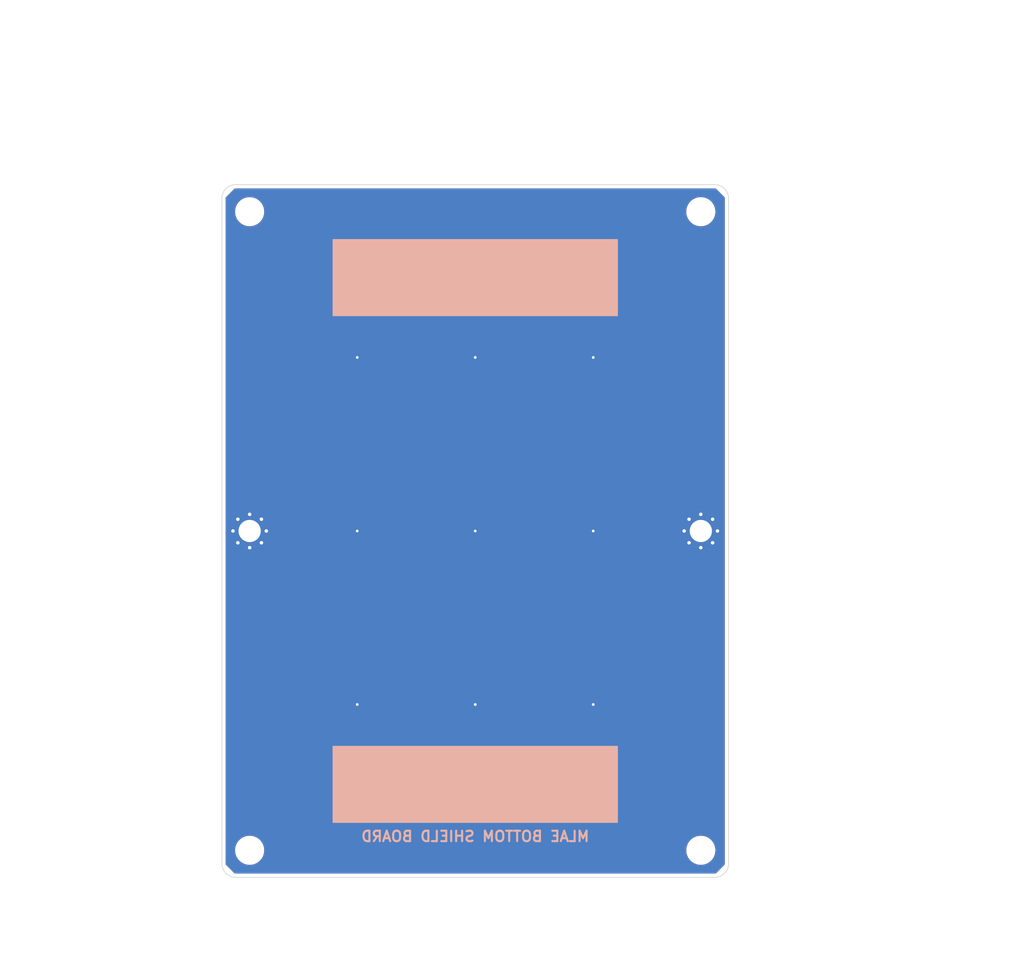
<source format=kicad_pcb>
(kicad_pcb (version 20171130) (host pcbnew "(5.1.6)-1")

  (general
    (thickness 1.6)
    (drawings 74)
    (tracks 9)
    (zones 0)
    (modules 6)
    (nets 2)
  )

  (page A4)
  (layers
    (0 F.Cu signal)
    (31 B.Cu signal)
    (32 B.Adhes user)
    (33 F.Adhes user)
    (34 B.Paste user)
    (35 F.Paste user)
    (36 B.SilkS user)
    (37 F.SilkS user)
    (38 B.Mask user)
    (39 F.Mask user)
    (40 Dwgs.User user)
    (41 Cmts.User user)
    (42 Eco1.User user)
    (43 Eco2.User user)
    (44 Edge.Cuts user)
    (45 Margin user)
    (46 B.CrtYd user)
    (47 F.CrtYd user)
    (48 B.Fab user)
    (49 F.Fab user)
  )

  (setup
    (last_trace_width 0.25)
    (user_trace_width 0.3)
    (user_trace_width 0.4)
    (user_trace_width 0.5)
    (user_trace_width 0.75)
    (user_trace_width 1)
    (user_trace_width 2)
    (user_trace_width 3)
    (trace_clearance 0.2)
    (zone_clearance 0.5)
    (zone_45_only yes)
    (trace_min 0.16)
    (via_size 0.8)
    (via_drill 0.4)
    (via_min_size 0.4)
    (via_min_drill 0.3)
    (user_via 0.65 0.3)
    (uvia_size 0.3)
    (uvia_drill 0.1)
    (uvias_allowed no)
    (uvia_min_size 0.2)
    (uvia_min_drill 0.1)
    (edge_width 0.1)
    (segment_width 0.2)
    (pcb_text_width 0.3)
    (pcb_text_size 1.5 1.5)
    (mod_edge_width 0.15)
    (mod_text_size 1 1)
    (mod_text_width 0.15)
    (pad_size 0.8 0.8)
    (pad_drill 0.5)
    (pad_to_mask_clearance 0.05)
    (aux_axis_origin 111 49)
    (grid_origin 111 49)
    (visible_elements 7FFFFFFF)
    (pcbplotparams
      (layerselection 0x010f0_ffffffff)
      (usegerberextensions true)
      (usegerberattributes false)
      (usegerberadvancedattributes false)
      (creategerberjobfile false)
      (excludeedgelayer true)
      (linewidth 0.100000)
      (plotframeref false)
      (viasonmask false)
      (mode 1)
      (useauxorigin true)
      (hpglpennumber 1)
      (hpglpenspeed 20)
      (hpglpendiameter 15.000000)
      (psnegative false)
      (psa4output false)
      (plotreference true)
      (plotvalue true)
      (plotinvisibletext false)
      (padsonsilk false)
      (subtractmaskfromsilk true)
      (outputformat 1)
      (mirror false)
      (drillshape 0)
      (scaleselection 1)
      (outputdirectory "1_bottomPCB/"))
  )

  (net 0 "")
  (net 1 GNDA)

  (net_class Default "これはデフォルトのネット クラスです。"
    (clearance 0.2)
    (trace_width 0.25)
    (via_dia 0.8)
    (via_drill 0.4)
    (uvia_dia 0.3)
    (uvia_drill 0.1)
    (add_net GNDA)
  )

  (module MountingHole:MountingHole_3.2mm_M3_Pad_Via (layer F.Cu) (tedit 5EF45A86) (tstamp 5EF4BD56)
    (at 115 99)
    (descr "Mounting Hole 3.2mm, M3")
    (tags "mounting hole 3.2mm m3")
    (attr virtual)
    (fp_text reference * (at 0 -4.2) (layer F.SilkS) hide
      (effects (font (size 1 1) (thickness 0.15)))
    )
    (fp_text value M (at 0 4.2) (layer F.Fab) hide
      (effects (font (size 1 1) (thickness 0.15)))
    )
    (fp_circle (center 0 0) (end 3.2 0) (layer Cmts.User) (width 0.15))
    (fp_circle (center 0 0) (end 3.45 0) (layer F.CrtYd) (width 0.05))
    (fp_text user %R (at 0.3 0) (layer F.Fab)
      (effects (font (size 1 1) (thickness 0.15)))
    )
    (pad 1 thru_hole circle (at 0 0) (size 6.4 6.4) (drill 3.2) (layers *.Cu *.Mask)
      (net 1 GNDA))
    (pad 1 thru_hole circle (at 2.4 0) (size 0.8 0.8) (drill 0.5) (layers *.Cu *.Mask)
      (net 1 GNDA))
    (pad 1 thru_hole circle (at 1.697056 1.697056) (size 0.8 0.8) (drill 0.5) (layers *.Cu *.Mask)
      (net 1 GNDA))
    (pad 1 thru_hole circle (at 0 2.4) (size 0.8 0.8) (drill 0.5) (layers *.Cu *.Mask)
      (net 1 GNDA))
    (pad 1 thru_hole circle (at -1.697056 1.697056) (size 0.8 0.8) (drill 0.5) (layers *.Cu *.Mask)
      (net 1 GNDA))
    (pad 1 thru_hole circle (at -2.4 0) (size 0.8 0.8) (drill 0.5) (layers *.Cu *.Mask)
      (net 1 GNDA))
    (pad 1 thru_hole circle (at -1.697056 -1.697056) (size 0.8 0.8) (drill 0.5) (layers *.Cu *.Mask)
      (net 1 GNDA))
    (pad 1 thru_hole circle (at 0 -2.4) (size 0.8 0.8) (drill 0.5) (layers *.Cu *.Mask)
      (net 1 GNDA))
    (pad 1 thru_hole circle (at 1.697056 -1.697056) (size 0.8 0.8) (drill 0.5) (layers *.Cu *.Mask)
      (net 1 GNDA))
  )

  (module MountingHole:MountingHole_3.2mm_M3_Pad_Via (layer F.Cu) (tedit 5EF45A86) (tstamp 5EF4BA8B)
    (at 180 99)
    (descr "Mounting Hole 3.2mm, M3")
    (tags "mounting hole 3.2mm m3")
    (attr virtual)
    (fp_text reference * (at 0 -4.2) (layer F.SilkS) hide
      (effects (font (size 1 1) (thickness 0.15)))
    )
    (fp_text value M (at 0 4.2) (layer F.Fab) hide
      (effects (font (size 1 1) (thickness 0.15)))
    )
    (fp_circle (center 0 0) (end 3.45 0) (layer F.CrtYd) (width 0.05))
    (fp_circle (center 0 0) (end 3.2 0) (layer Cmts.User) (width 0.15))
    (fp_text user %R (at 0.3 0) (layer F.Fab)
      (effects (font (size 1 1) (thickness 0.15)))
    )
    (pad 1 thru_hole circle (at 1.697056 -1.697056) (size 0.8 0.8) (drill 0.5) (layers *.Cu *.Mask)
      (net 1 GNDA))
    (pad 1 thru_hole circle (at 0 -2.4) (size 0.8 0.8) (drill 0.5) (layers *.Cu *.Mask)
      (net 1 GNDA))
    (pad 1 thru_hole circle (at -1.697056 -1.697056) (size 0.8 0.8) (drill 0.5) (layers *.Cu *.Mask)
      (net 1 GNDA))
    (pad 1 thru_hole circle (at -2.4 0) (size 0.8 0.8) (drill 0.5) (layers *.Cu *.Mask)
      (net 1 GNDA))
    (pad 1 thru_hole circle (at -1.697056 1.697056) (size 0.8 0.8) (drill 0.5) (layers *.Cu *.Mask)
      (net 1 GNDA))
    (pad 1 thru_hole circle (at 0 2.4) (size 0.8 0.8) (drill 0.5) (layers *.Cu *.Mask)
      (net 1 GNDA))
    (pad 1 thru_hole circle (at 1.697056 1.697056) (size 0.8 0.8) (drill 0.5) (layers *.Cu *.Mask)
      (net 1 GNDA))
    (pad 1 thru_hole circle (at 2.4 0) (size 0.8 0.8) (drill 0.5) (layers *.Cu *.Mask)
      (net 1 GNDA))
    (pad 1 thru_hole circle (at 0 0) (size 6.4 6.4) (drill 3.2) (layers *.Cu *.Mask)
      (net 1 GNDA))
  )

  (module MountingHole:MountingHole_3.2mm_M3 locked (layer F.Cu) (tedit 56D1B4CB) (tstamp 5EE0DCE1)
    (at 180 53)
    (descr "Mounting Hole 3.2mm, no annular, M3")
    (tags "mounting hole 3.2mm no annular m3")
    (attr virtual)
    (fp_text reference * (at 0 -4.2) (layer F.SilkS) hide
      (effects (font (size 1 1) (thickness 0.15)))
    )
    (fp_text value m (at 0 4.2) (layer F.Fab) hide
      (effects (font (size 1 1) (thickness 0.15)))
    )
    (fp_circle (center 0 0) (end 3.2 0) (layer Cmts.User) (width 0.15))
    (fp_circle (center 0 0) (end 3.45 0) (layer F.CrtYd) (width 0.05))
    (fp_text user %R (at 0.3 0) (layer F.Fab)
      (effects (font (size 1 1) (thickness 0.15)))
    )
    (pad 1 np_thru_hole circle (at 0 0) (size 3.2 3.2) (drill 3.2) (layers *.Cu *.Mask))
  )

  (module MountingHole:MountingHole_3.2mm_M3 locked (layer F.Cu) (tedit 56D1B4CB) (tstamp 5EE0DCD5)
    (at 115 53)
    (descr "Mounting Hole 3.2mm, no annular, M3")
    (tags "mounting hole 3.2mm no annular m3")
    (attr virtual)
    (fp_text reference * (at 0 -4.2) (layer F.SilkS) hide
      (effects (font (size 1 1) (thickness 0.15)))
    )
    (fp_text value m (at 0 4.2) (layer F.Fab) hide
      (effects (font (size 1 1) (thickness 0.15)))
    )
    (fp_circle (center 0 0) (end 3.2 0) (layer Cmts.User) (width 0.15))
    (fp_circle (center 0 0) (end 3.45 0) (layer F.CrtYd) (width 0.05))
    (fp_text user %R (at 0.3 0) (layer F.Fab)
      (effects (font (size 1 1) (thickness 0.15)))
    )
    (pad 1 np_thru_hole circle (at 0 0) (size 3.2 3.2) (drill 3.2) (layers *.Cu *.Mask))
  )

  (module MountingHole:MountingHole_3.2mm_M3 locked (layer F.Cu) (tedit 56D1B4CB) (tstamp 5EE0DCC9)
    (at 115 145)
    (descr "Mounting Hole 3.2mm, no annular, M3")
    (tags "mounting hole 3.2mm no annular m3")
    (attr virtual)
    (fp_text reference * (at 0 -4.2) (layer F.SilkS) hide
      (effects (font (size 1 1) (thickness 0.15)))
    )
    (fp_text value m (at 0 4.2) (layer F.Fab) hide
      (effects (font (size 1 1) (thickness 0.15)))
    )
    (fp_circle (center 0 0) (end 3.2 0) (layer Cmts.User) (width 0.15))
    (fp_circle (center 0 0) (end 3.45 0) (layer F.CrtYd) (width 0.05))
    (fp_text user %R (at 0.3 0) (layer F.Fab)
      (effects (font (size 1 1) (thickness 0.15)))
    )
    (pad 1 np_thru_hole circle (at 0 0) (size 3.2 3.2) (drill 3.2) (layers *.Cu *.Mask))
  )

  (module MountingHole:MountingHole_3.2mm_M3 locked (layer F.Cu) (tedit 56D1B4CB) (tstamp 5EE0DC7E)
    (at 180 145)
    (descr "Mounting Hole 3.2mm, no annular, M3")
    (tags "mounting hole 3.2mm no annular m3")
    (attr virtual)
    (fp_text reference * (at 0 -4.2) (layer F.SilkS) hide
      (effects (font (size 1 1) (thickness 0.15)))
    )
    (fp_text value m (at 0 4.2) (layer F.Fab) hide
      (effects (font (size 1 1) (thickness 0.15)))
    )
    (fp_circle (center 0 0) (end 3.2 0) (layer Cmts.User) (width 0.15))
    (fp_circle (center 0 0) (end 3.45 0) (layer F.CrtYd) (width 0.05))
    (fp_text user %R (at 0.3 0) (layer F.Fab)
      (effects (font (size 1 1) (thickness 0.15)))
    )
    (pad 1 np_thru_hole circle (at 0 0) (size 3.2 3.2) (drill 3.2) (layers *.Cu *.Mask))
  )

  (gr_poly (pts (xy 168 57) (xy 127 57) (xy 127 68) (xy 168 68)) (layer B.SilkS) (width 0.1) (tstamp 5EFD8F92))
  (dimension 25 (width 0.15) (layer Dwgs.User)
    (gr_text "25.000 mm" (at 203.8 111.5 270) (layer Dwgs.User)
      (effects (font (size 1 1) (thickness 0.15)))
    )
    (feature1 (pts (xy 111 124) (xy 203.086421 124)))
    (feature2 (pts (xy 111 99) (xy 203.086421 99)))
    (crossbar (pts (xy 202.5 99) (xy 202.5 124)))
    (arrow1a (pts (xy 202.5 124) (xy 201.913579 122.873496)))
    (arrow1b (pts (xy 202.5 124) (xy 203.086421 122.873496)))
    (arrow2a (pts (xy 202.5 99) (xy 201.913579 100.126504)))
    (arrow2b (pts (xy 202.5 99) (xy 203.086421 100.126504)))
  )
  (dimension 25 (width 0.15) (layer Dwgs.User)
    (gr_text "25.000 mm" (at 82.7 86.5 90) (layer Dwgs.User)
      (effects (font (size 1 1) (thickness 0.15)))
    )
    (feature1 (pts (xy 147.5 74) (xy 83.413579 74)))
    (feature2 (pts (xy 147.5 99) (xy 83.413579 99)))
    (crossbar (pts (xy 84 99) (xy 84 74)))
    (arrow1a (pts (xy 84 74) (xy 84.586421 75.126504)))
    (arrow1b (pts (xy 84 74) (xy 83.413579 75.126504)))
    (arrow2a (pts (xy 84 99) (xy 84.586421 97.873496)))
    (arrow2b (pts (xy 84 99) (xy 83.413579 97.873496)))
  )
  (dimension 25 (width 0.15) (layer Dwgs.User)
    (gr_text "25.000 mm" (at 203.8 86.5 90) (layer Dwgs.User)
      (effects (font (size 1 1) (thickness 0.15)))
    )
    (feature1 (pts (xy 147.5 74) (xy 203.086421 74)))
    (feature2 (pts (xy 147.5 99) (xy 203.086421 99)))
    (crossbar (pts (xy 202.5 99) (xy 202.5 74)))
    (arrow1a (pts (xy 202.5 74) (xy 203.086421 75.126504)))
    (arrow1b (pts (xy 202.5 74) (xy 201.913579 75.126504)))
    (arrow2a (pts (xy 202.5 99) (xy 203.086421 97.873496)))
    (arrow2b (pts (xy 202.5 99) (xy 201.913579 97.873496)))
  )
  (dimension 17 (width 0.15) (layer Dwgs.User)
    (gr_text "17.000 mm" (at 139 163.3) (layer Dwgs.User)
      (effects (font (size 1 1) (thickness 0.15)))
    )
    (feature1 (pts (xy 130.5 49) (xy 130.5 162.586421)))
    (feature2 (pts (xy 147.5 49) (xy 147.5 162.586421)))
    (crossbar (pts (xy 147.5 162) (xy 130.5 162)))
    (arrow1a (pts (xy 130.5 162) (xy 131.626504 161.413579)))
    (arrow1b (pts (xy 130.5 162) (xy 131.626504 162.586421)))
    (arrow2a (pts (xy 147.5 162) (xy 146.373496 161.413579)))
    (arrow2b (pts (xy 147.5 162) (xy 146.373496 162.586421)))
  )
  (dimension 17 (width 0.15) (layer Dwgs.User)
    (gr_text "17.000 mm" (at 156 163.3) (layer Dwgs.User)
      (effects (font (size 1 1) (thickness 0.15)))
    )
    (feature1 (pts (xy 164.5 99) (xy 164.5 162.586421)))
    (feature2 (pts (xy 147.5 99) (xy 147.5 162.586421)))
    (crossbar (pts (xy 147.5 162) (xy 164.5 162)))
    (arrow1a (pts (xy 164.5 162) (xy 163.373496 162.586421)))
    (arrow1b (pts (xy 164.5 162) (xy 163.373496 161.413579)))
    (arrow2a (pts (xy 147.5 162) (xy 148.626504 162.586421)))
    (arrow2b (pts (xy 147.5 162) (xy 148.626504 161.413579)))
  )
  (dimension 17 (width 0.15) (layer Dwgs.User)
    (gr_text "17.000 mm" (at 156 23.2) (layer Dwgs.User)
      (effects (font (size 1 1) (thickness 0.15)))
    )
    (feature1 (pts (xy 164.5 99) (xy 164.5 23.913579)))
    (feature2 (pts (xy 147.5 99) (xy 147.5 23.913579)))
    (crossbar (pts (xy 147.5 24.5) (xy 164.5 24.5)))
    (arrow1a (pts (xy 164.5 24.5) (xy 163.373496 25.086421)))
    (arrow1b (pts (xy 164.5 24.5) (xy 163.373496 23.913579)))
    (arrow2a (pts (xy 147.5 24.5) (xy 148.626504 25.086421)))
    (arrow2b (pts (xy 147.5 24.5) (xy 148.626504 23.913579)))
  )
  (gr_poly (pts (xy 168 130) (xy 127 130) (xy 127 141) (xy 168 141)) (layer B.SilkS) (width 0.1))
  (gr_text "MLAE BOTTOM SHIELD BOARD" (at 147.5 143) (layer B.SilkS)
    (effects (font (size 1.5 1.5) (thickness 0.3)) (justify mirror))
  )
  (gr_circle (center 126 91) (end 122.5 90.95) (layer Dwgs.User) (width 0.15))
  (gr_line (start 130.5 93.5) (end 130.5 88.5) (layer Dwgs.User) (width 0.15) (tstamp 5EED8B54))
  (gr_line (start 164.5 109.5) (end 181 109.5) (layer Dwgs.User) (width 0.15))
  (gr_line (start 164.5 104.5) (end 164.5 109.5) (layer Dwgs.User) (width 0.15))
  (gr_line (start 176 104.5) (end 164.5 104.5) (layer Dwgs.User) (width 0.15))
  (gr_line (start 176 103) (end 176 104.5) (layer Dwgs.User) (width 0.15))
  (gr_line (start 181 88.5) (end 180 88.5) (layer Dwgs.User) (width 0.15) (tstamp 5EEC7D2B))
  (gr_line (start 176 93.5) (end 176 95) (layer Dwgs.User) (width 0.15) (tstamp 5EEC7D2A))
  (gr_line (start 164.5 93.5) (end 176 93.5) (layer Dwgs.User) (width 0.15))
  (gr_line (start 164.5 88.5) (end 164.5 93.5) (layer Dwgs.User) (width 0.15))
  (gr_line (start 180 88.5) (end 164.5 88.5) (layer Dwgs.User) (width 0.15))
  (gr_line (start 119 103) (end 119 104.5) (layer Dwgs.User) (width 0.15) (tstamp 5EEC7D26))
  (gr_line (start 130.5 109.5) (end 114 109.5) (layer Dwgs.User) (width 0.15))
  (gr_line (start 130.5 104.5) (end 130.5 109.5) (layer Dwgs.User) (width 0.15))
  (gr_line (start 119 104.5) (end 130.5 104.5) (layer Dwgs.User) (width 0.15))
  (gr_line (start 130.5 88.5) (end 114 88.5) (layer Dwgs.User) (width 0.15))
  (gr_line (start 126 93.5) (end 130.5 93.5) (layer Dwgs.User) (width 0.15))
  (gr_line (start 119 93.5) (end 119 95) (layer Dwgs.User) (width 0.15) (tstamp 5EEC7D25))
  (gr_line (start 126 93.5) (end 119 93.5) (layer Dwgs.User) (width 0.15))
  (gr_line (start 124.5 121.5) (end 124.5 141) (layer Dwgs.User) (width 0.15) (tstamp 5EDE6C6F))
  (gr_line (start 114 118.5) (end 127.5 118.5) (layer Dwgs.User) (width 0.15))
  (gr_line (start 127.5 146) (end 127.5 118.5) (layer Dwgs.User) (width 0.15))
  (gr_line (start 124.5 121.5) (end 114 121.5) (layer Dwgs.User) (width 0.15))
  (gr_line (start 119 141) (end 124.5 141) (layer Dwgs.User) (width 0.15))
  (dimension 22 (width 0.15) (layer Dwgs.User)
    (gr_text "22.000 mm" (at 158.5 153.8) (layer Dwgs.User)
      (effects (font (size 1 1) (thickness 0.15)))
    )
    (feature1 (pts (xy 169.5 130) (xy 169.5 153.086421)))
    (feature2 (pts (xy 147.5 130) (xy 147.5 153.086421)))
    (crossbar (pts (xy 147.5 152.5) (xy 169.5 152.5)))
    (arrow1a (pts (xy 169.5 152.5) (xy 168.373496 153.086421)))
    (arrow1b (pts (xy 169.5 152.5) (xy 168.373496 151.913579)))
    (arrow2a (pts (xy 147.5 152.5) (xy 148.626504 153.086421)))
    (arrow2b (pts (xy 147.5 152.5) (xy 148.626504 151.913579)))
  )
  (dimension 11 (width 0.15) (layer Dwgs.User)
    (gr_text "11.000 mm" (at 142 153.8) (layer Dwgs.User)
      (effects (font (size 1 1) (thickness 0.15)))
    )
    (feature1 (pts (xy 136.5 130) (xy 136.5 153.086421)))
    (feature2 (pts (xy 147.5 130) (xy 147.5 153.086421)))
    (crossbar (pts (xy 147.5 152.5) (xy 136.5 152.5)))
    (arrow1a (pts (xy 136.5 152.5) (xy 137.626504 151.913579)))
    (arrow1b (pts (xy 136.5 152.5) (xy 137.626504 153.086421)))
    (arrow2a (pts (xy 147.5 152.5) (xy 146.373496 151.913579)))
    (arrow2b (pts (xy 147.5 152.5) (xy 146.373496 153.086421)))
  )
  (gr_line (start 111 99) (end 184 99) (layer Dwgs.User) (width 0.15))
  (dimension 73 (width 0.15) (layer Dwgs.User)
    (gr_text "73.000 mm" (at 147.5 37.7) (layer Dwgs.User)
      (effects (font (size 1 1) (thickness 0.15)))
    )
    (feature1 (pts (xy 184 149) (xy 184 38.413579)))
    (feature2 (pts (xy 111 149) (xy 111 38.413579)))
    (crossbar (pts (xy 111 39) (xy 184 39)))
    (arrow1a (pts (xy 184 39) (xy 182.873496 39.586421)))
    (arrow1b (pts (xy 184 39) (xy 182.873496 38.413579)))
    (arrow2a (pts (xy 111 39) (xy 112.126504 39.586421)))
    (arrow2b (pts (xy 111 39) (xy 112.126504 38.413579)))
  )
  (gr_line (start 114 141) (end 114 130) (layer Dwgs.User) (width 0.15) (tstamp 5EC77A6E))
  (gr_line (start 119 141) (end 119 146) (layer Dwgs.User) (width 0.15))
  (gr_line (start 114 141) (end 119 141) (layer Dwgs.User) (width 0.15))
  (gr_line (start 176 141) (end 181 141) (layer Dwgs.User) (width 0.15))
  (gr_line (start 176 146) (end 176 141) (layer Dwgs.User) (width 0.15))
  (gr_line (start 176 103) (end 181 103) (layer Dwgs.User) (width 0.15))
  (gr_line (start 176 95) (end 176 103) (layer Dwgs.User) (width 0.15))
  (gr_line (start 181 95) (end 176 95) (layer Dwgs.User) (width 0.15))
  (gr_line (start 119 103) (end 114 103) (layer Dwgs.User) (width 0.15))
  (gr_line (start 119 95) (end 119 103) (layer Dwgs.User) (width 0.15))
  (gr_line (start 114 95) (end 119 95) (layer Dwgs.User) (width 0.15))
  (gr_arc (start 182 146.9) (end 182 148.9) (angle -90) (layer Edge.Cuts) (width 0.1))
  (gr_arc (start 182 51.1) (end 184 51.1) (angle -90) (layer Edge.Cuts) (width 0.1))
  (gr_line (start 182 49.1) (end 113 49.1) (layer Edge.Cuts) (width 0.1) (tstamp 5EC765D6))
  (gr_line (start 184 146.9) (end 184 51.1) (layer Edge.Cuts) (width 0.1))
  (gr_line (start 113 148.9) (end 182 148.9) (layer Edge.Cuts) (width 0.1))
  (gr_line (start 181 141) (end 181 130) (layer Dwgs.User) (width 0.15) (tstamp 5EC765D5))
  (dimension 36.5 (width 0.15) (layer Dwgs.User)
    (gr_text "36.500 mm" (at 129.25 32.7) (layer Dwgs.User)
      (effects (font (size 1 1) (thickness 0.15)))
    )
    (feature1 (pts (xy 147.5 149) (xy 147.5 33.413579)))
    (feature2 (pts (xy 111 149) (xy 111 33.413579)))
    (crossbar (pts (xy 111 34) (xy 147.5 34)))
    (arrow1a (pts (xy 147.5 34) (xy 146.373496 34.586421)))
    (arrow1b (pts (xy 147.5 34) (xy 146.373496 33.413579)))
    (arrow2a (pts (xy 111 34) (xy 112.126504 34.586421)))
    (arrow2b (pts (xy 111 34) (xy 112.126504 33.413579)))
  )
  (gr_line (start 181 130) (end 146 130) (layer Dwgs.User) (width 0.15) (tstamp 5EC75C1F))
  (gr_line (start 114 127) (end 181 127) (layer Dwgs.User) (width 0.15))
  (gr_line (start 146 130) (end 114 130) (layer Dwgs.User) (width 0.15))
  (gr_line (start 181 95) (end 181 75) (layer Dwgs.User) (width 0.15) (tstamp 5EC75B5A))
  (gr_line (start 181 127) (end 181 103) (layer Dwgs.User) (width 0.15))
  (gr_line (start 119 146) (end 176 146) (layer Dwgs.User) (width 0.15))
  (gr_line (start 114 103) (end 114 127) (layer Dwgs.User) (width 0.15))
  (gr_line (start 114 75) (end 114 95) (layer Dwgs.User) (width 0.15))
  (dimension 50 (width 0.15) (layer Dwgs.User)
    (gr_text "50.000 mm" (at 94.7 74 270) (layer Dwgs.User)
      (effects (font (size 1 1) (thickness 0.15)))
    )
    (feature1 (pts (xy 111 99) (xy 95.413579 99)))
    (feature2 (pts (xy 111 49) (xy 95.413579 49)))
    (crossbar (pts (xy 96 49) (xy 96 99)))
    (arrow1a (pts (xy 96 99) (xy 95.413579 97.873496)))
    (arrow1b (pts (xy 96 99) (xy 96.586421 97.873496)))
    (arrow2a (pts (xy 96 49) (xy 95.413579 50.126504)))
    (arrow2b (pts (xy 96 49) (xy 96.586421 50.126504)))
  )
  (gr_line (start 176 57) (end 176 49) (layer Dwgs.User) (width 0.15))
  (gr_line (start 181 57) (end 176 57) (layer Dwgs.User) (width 0.15))
  (gr_line (start 181 75) (end 181 57) (layer Dwgs.User) (width 0.15))
  (gr_line (start 114 57) (end 114 75) (layer Dwgs.User) (width 0.15))
  (gr_line (start 119 57) (end 114 57) (layer Dwgs.User) (width 0.15))
  (gr_line (start 119 49) (end 119 57) (layer Dwgs.User) (width 0.15))
  (gr_arc (start 113 146.9) (end 111 146.9) (angle -90) (layer Edge.Cuts) (width 0.1))
  (gr_line (start 111 51.1) (end 111 146.9) (layer Edge.Cuts) (width 0.1))
  (gr_arc (start 113 51.1) (end 113 49.1) (angle -90) (layer Edge.Cuts) (width 0.1))
  (dimension 100 (width 0.15) (layer Dwgs.User)
    (gr_text "100.000 mm" (at 104.2 99 270) (layer Dwgs.User)
      (effects (font (size 1 1) (thickness 0.15)))
    )
    (feature1 (pts (xy 226.5 149) (xy 104.913579 149)))
    (feature2 (pts (xy 226.5 49) (xy 104.913579 49)))
    (crossbar (pts (xy 105.5 49) (xy 105.5 149)))
    (arrow1a (pts (xy 105.5 149) (xy 104.913579 147.873496)))
    (arrow1b (pts (xy 105.5 149) (xy 106.086421 147.873496)))
    (arrow2a (pts (xy 105.5 49) (xy 104.913579 50.126504)))
    (arrow2b (pts (xy 105.5 49) (xy 106.086421 50.126504)))
  )

  (via (at 147.5 99) (size 0.8) (drill 0.4) (layers F.Cu B.Cu) (net 1))
  (via (at 130.5 99) (size 0.8) (drill 0.4) (layers F.Cu B.Cu) (net 1))
  (via (at 164.5 99) (size 0.8) (drill 0.4) (layers F.Cu B.Cu) (net 1))
  (via (at 147.5 74) (size 0.8) (drill 0.4) (layers F.Cu B.Cu) (net 1))
  (via (at 164.5 74) (size 0.8) (drill 0.4) (layers F.Cu B.Cu) (net 1))
  (via (at 130.5 74) (size 0.8) (drill 0.4) (layers F.Cu B.Cu) (net 1))
  (via (at 130.5 124) (size 0.8) (drill 0.4) (layers F.Cu B.Cu) (net 1))
  (via (at 147.5 124) (size 0.8) (drill 0.4) (layers F.Cu B.Cu) (net 1))
  (via (at 164.5 124) (size 0.8) (drill 0.4) (layers F.Cu B.Cu) (net 1))

  (zone (net 1) (net_name GNDA) (layer B.Cu) (tstamp 5F3E1FB1) (hatch edge 0.508)
    (connect_pads yes (clearance 0.5))
    (min_thickness 0.25)
    (fill yes (arc_segments 32) (thermal_gap 0.508) (thermal_bridge_width 0.508))
    (polygon
      (pts
        (xy 182 49.5) (xy 113 49.5) (xy 111.5 51) (xy 111.5 147) (xy 113 148.5)
        (xy 182 148.5) (xy 183.5 147) (xy 183.5 51)
      )
    )
    (filled_polygon
      (pts
        (xy 182.11249 49.789266) (xy 183.310894 50.98767) (xy 183.325001 51.121886) (xy 183.325 146.866991) (xy 183.310734 147.01249)
        (xy 182.11233 148.210894) (xy 181.978124 148.225) (xy 113.033009 148.225) (xy 112.88751 148.210734) (xy 111.689106 147.01233)
        (xy 111.675 146.878124) (xy 111.675 144.780857) (xy 112.775 144.780857) (xy 112.775 145.219143) (xy 112.860505 145.649009)
        (xy 113.02823 146.053933) (xy 113.27173 146.418355) (xy 113.581645 146.72827) (xy 113.946067 146.97177) (xy 114.350991 147.139495)
        (xy 114.780857 147.225) (xy 115.219143 147.225) (xy 115.649009 147.139495) (xy 116.053933 146.97177) (xy 116.418355 146.72827)
        (xy 116.72827 146.418355) (xy 116.97177 146.053933) (xy 117.139495 145.649009) (xy 117.225 145.219143) (xy 117.225 144.780857)
        (xy 177.775 144.780857) (xy 177.775 145.219143) (xy 177.860505 145.649009) (xy 178.02823 146.053933) (xy 178.27173 146.418355)
        (xy 178.581645 146.72827) (xy 178.946067 146.97177) (xy 179.350991 147.139495) (xy 179.780857 147.225) (xy 180.219143 147.225)
        (xy 180.649009 147.139495) (xy 181.053933 146.97177) (xy 181.418355 146.72827) (xy 181.72827 146.418355) (xy 181.97177 146.053933)
        (xy 182.139495 145.649009) (xy 182.225 145.219143) (xy 182.225 144.780857) (xy 182.139495 144.350991) (xy 181.97177 143.946067)
        (xy 181.72827 143.581645) (xy 181.418355 143.27173) (xy 181.053933 143.02823) (xy 180.649009 142.860505) (xy 180.219143 142.775)
        (xy 179.780857 142.775) (xy 179.350991 142.860505) (xy 178.946067 143.02823) (xy 178.581645 143.27173) (xy 178.27173 143.581645)
        (xy 178.02823 143.946067) (xy 177.860505 144.350991) (xy 177.775 144.780857) (xy 117.225 144.780857) (xy 117.139495 144.350991)
        (xy 116.97177 143.946067) (xy 116.72827 143.581645) (xy 116.418355 143.27173) (xy 116.053933 143.02823) (xy 115.649009 142.860505)
        (xy 115.219143 142.775) (xy 114.780857 142.775) (xy 114.350991 142.860505) (xy 113.946067 143.02823) (xy 113.581645 143.27173)
        (xy 113.27173 143.581645) (xy 113.02823 143.946067) (xy 112.860505 144.350991) (xy 112.775 144.780857) (xy 111.675 144.780857)
        (xy 111.675 52.780857) (xy 112.775 52.780857) (xy 112.775 53.219143) (xy 112.860505 53.649009) (xy 113.02823 54.053933)
        (xy 113.27173 54.418355) (xy 113.581645 54.72827) (xy 113.946067 54.97177) (xy 114.350991 55.139495) (xy 114.780857 55.225)
        (xy 115.219143 55.225) (xy 115.649009 55.139495) (xy 116.053933 54.97177) (xy 116.418355 54.72827) (xy 116.72827 54.418355)
        (xy 116.97177 54.053933) (xy 117.139495 53.649009) (xy 117.225 53.219143) (xy 117.225 52.780857) (xy 177.775 52.780857)
        (xy 177.775 53.219143) (xy 177.860505 53.649009) (xy 178.02823 54.053933) (xy 178.27173 54.418355) (xy 178.581645 54.72827)
        (xy 178.946067 54.97177) (xy 179.350991 55.139495) (xy 179.780857 55.225) (xy 180.219143 55.225) (xy 180.649009 55.139495)
        (xy 181.053933 54.97177) (xy 181.418355 54.72827) (xy 181.72827 54.418355) (xy 181.97177 54.053933) (xy 182.139495 53.649009)
        (xy 182.225 53.219143) (xy 182.225 52.780857) (xy 182.139495 52.350991) (xy 181.97177 51.946067) (xy 181.72827 51.581645)
        (xy 181.418355 51.27173) (xy 181.053933 51.02823) (xy 180.649009 50.860505) (xy 180.219143 50.775) (xy 179.780857 50.775)
        (xy 179.350991 50.860505) (xy 178.946067 51.02823) (xy 178.581645 51.27173) (xy 178.27173 51.581645) (xy 178.02823 51.946067)
        (xy 177.860505 52.350991) (xy 177.775 52.780857) (xy 117.225 52.780857) (xy 117.139495 52.350991) (xy 116.97177 51.946067)
        (xy 116.72827 51.581645) (xy 116.418355 51.27173) (xy 116.053933 51.02823) (xy 115.649009 50.860505) (xy 115.219143 50.775)
        (xy 114.780857 50.775) (xy 114.350991 50.860505) (xy 113.946067 51.02823) (xy 113.581645 51.27173) (xy 113.27173 51.581645)
        (xy 113.02823 51.946067) (xy 112.860505 52.350991) (xy 112.775 52.780857) (xy 111.675 52.780857) (xy 111.675 51.133009)
        (xy 111.689266 50.98751) (xy 112.88767 49.789106) (xy 113.021876 49.775) (xy 181.966991 49.775)
      )
    )
  )
  (zone (net 1) (net_name GNDA) (layer F.Cu) (tstamp 5F3E1FAE) (hatch edge 0.508)
    (connect_pads yes (clearance 0.5))
    (min_thickness 0.25)
    (fill yes (arc_segments 32) (thermal_gap 0.508) (thermal_bridge_width 0.508))
    (polygon
      (pts
        (xy 183.5 147) (xy 182 148.5) (xy 113 148.5) (xy 111.5 147) (xy 111.5 51)
        (xy 113 49.5) (xy 114 49.5) (xy 181 49.5) (xy 182 49.5) (xy 183.5 51)
      )
    )
    (filled_polygon
      (pts
        (xy 182.11249 49.789266) (xy 183.310894 50.98767) (xy 183.325001 51.121886) (xy 183.325 146.866991) (xy 183.310734 147.01249)
        (xy 182.11233 148.210894) (xy 181.978124 148.225) (xy 113.033009 148.225) (xy 112.88751 148.210734) (xy 111.689106 147.01233)
        (xy 111.675 146.878124) (xy 111.675 144.780857) (xy 112.775 144.780857) (xy 112.775 145.219143) (xy 112.860505 145.649009)
        (xy 113.02823 146.053933) (xy 113.27173 146.418355) (xy 113.581645 146.72827) (xy 113.946067 146.97177) (xy 114.350991 147.139495)
        (xy 114.780857 147.225) (xy 115.219143 147.225) (xy 115.649009 147.139495) (xy 116.053933 146.97177) (xy 116.418355 146.72827)
        (xy 116.72827 146.418355) (xy 116.97177 146.053933) (xy 117.139495 145.649009) (xy 117.225 145.219143) (xy 117.225 144.780857)
        (xy 177.775 144.780857) (xy 177.775 145.219143) (xy 177.860505 145.649009) (xy 178.02823 146.053933) (xy 178.27173 146.418355)
        (xy 178.581645 146.72827) (xy 178.946067 146.97177) (xy 179.350991 147.139495) (xy 179.780857 147.225) (xy 180.219143 147.225)
        (xy 180.649009 147.139495) (xy 181.053933 146.97177) (xy 181.418355 146.72827) (xy 181.72827 146.418355) (xy 181.97177 146.053933)
        (xy 182.139495 145.649009) (xy 182.225 145.219143) (xy 182.225 144.780857) (xy 182.139495 144.350991) (xy 181.97177 143.946067)
        (xy 181.72827 143.581645) (xy 181.418355 143.27173) (xy 181.053933 143.02823) (xy 180.649009 142.860505) (xy 180.219143 142.775)
        (xy 179.780857 142.775) (xy 179.350991 142.860505) (xy 178.946067 143.02823) (xy 178.581645 143.27173) (xy 178.27173 143.581645)
        (xy 178.02823 143.946067) (xy 177.860505 144.350991) (xy 177.775 144.780857) (xy 117.225 144.780857) (xy 117.139495 144.350991)
        (xy 116.97177 143.946067) (xy 116.72827 143.581645) (xy 116.418355 143.27173) (xy 116.053933 143.02823) (xy 115.649009 142.860505)
        (xy 115.219143 142.775) (xy 114.780857 142.775) (xy 114.350991 142.860505) (xy 113.946067 143.02823) (xy 113.581645 143.27173)
        (xy 113.27173 143.581645) (xy 113.02823 143.946067) (xy 112.860505 144.350991) (xy 112.775 144.780857) (xy 111.675 144.780857)
        (xy 111.675 52.780857) (xy 112.775 52.780857) (xy 112.775 53.219143) (xy 112.860505 53.649009) (xy 113.02823 54.053933)
        (xy 113.27173 54.418355) (xy 113.581645 54.72827) (xy 113.946067 54.97177) (xy 114.350991 55.139495) (xy 114.780857 55.225)
        (xy 115.219143 55.225) (xy 115.649009 55.139495) (xy 116.053933 54.97177) (xy 116.418355 54.72827) (xy 116.72827 54.418355)
        (xy 116.97177 54.053933) (xy 117.139495 53.649009) (xy 117.225 53.219143) (xy 117.225 52.780857) (xy 177.775 52.780857)
        (xy 177.775 53.219143) (xy 177.860505 53.649009) (xy 178.02823 54.053933) (xy 178.27173 54.418355) (xy 178.581645 54.72827)
        (xy 178.946067 54.97177) (xy 179.350991 55.139495) (xy 179.780857 55.225) (xy 180.219143 55.225) (xy 180.649009 55.139495)
        (xy 181.053933 54.97177) (xy 181.418355 54.72827) (xy 181.72827 54.418355) (xy 181.97177 54.053933) (xy 182.139495 53.649009)
        (xy 182.225 53.219143) (xy 182.225 52.780857) (xy 182.139495 52.350991) (xy 181.97177 51.946067) (xy 181.72827 51.581645)
        (xy 181.418355 51.27173) (xy 181.053933 51.02823) (xy 180.649009 50.860505) (xy 180.219143 50.775) (xy 179.780857 50.775)
        (xy 179.350991 50.860505) (xy 178.946067 51.02823) (xy 178.581645 51.27173) (xy 178.27173 51.581645) (xy 178.02823 51.946067)
        (xy 177.860505 52.350991) (xy 177.775 52.780857) (xy 117.225 52.780857) (xy 117.139495 52.350991) (xy 116.97177 51.946067)
        (xy 116.72827 51.581645) (xy 116.418355 51.27173) (xy 116.053933 51.02823) (xy 115.649009 50.860505) (xy 115.219143 50.775)
        (xy 114.780857 50.775) (xy 114.350991 50.860505) (xy 113.946067 51.02823) (xy 113.581645 51.27173) (xy 113.27173 51.581645)
        (xy 113.02823 51.946067) (xy 112.860505 52.350991) (xy 112.775 52.780857) (xy 111.675 52.780857) (xy 111.675 51.133009)
        (xy 111.689266 50.98751) (xy 112.88767 49.789106) (xy 113.021876 49.775) (xy 181.966991 49.775)
      )
    )
  )
)

</source>
